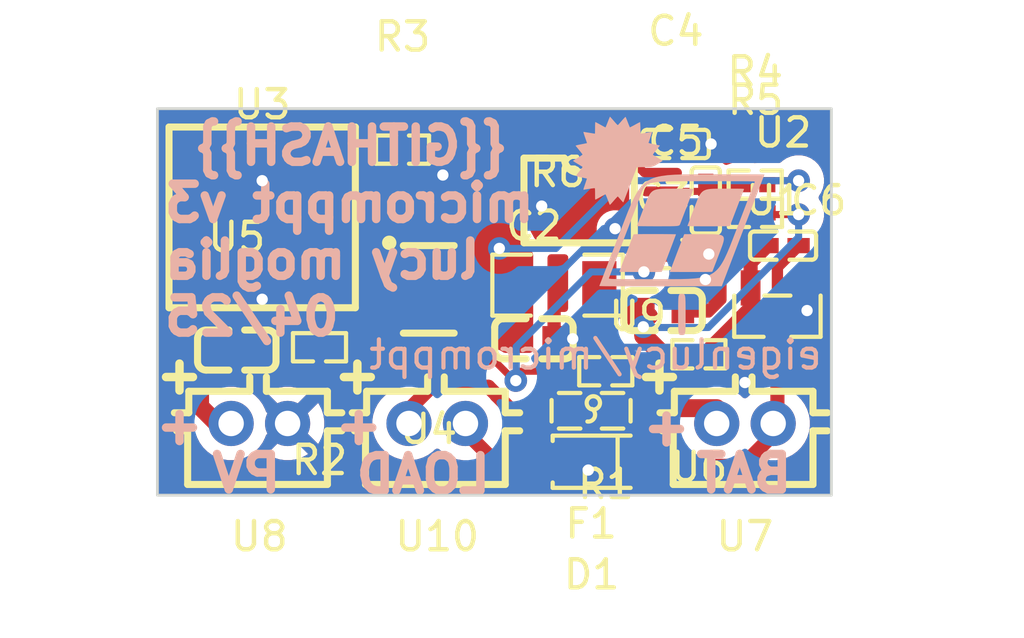
<source format=kicad_pcb>
(kicad_pcb (version 20241229) (generator "pcbnew") (generator_version "9.0")
  (layers (0 "F.Cu" signal) (2 "B.Cu" signal) (13 "F.Paste" user) (15 "B.Paste" user) (5 "F.SilkS" user "F.Silkscreen") (7 "B.SilkS" user "B.Silkscreen") (1 "F.Mask" user) (3 "B.Mask" user) (25 "Edge.Cuts" user))
  (net 0 "")
  (net 1 "ICTRL_MINUS")
  (net 2 "XSHUT")
  (net 3 "ICTRL_PLUS")
  (net 4 "LX")
  (net 5 "VOUT")
  (net 6 "VCTRL")
  (net 7 "power_shim-VCC")
  (net 8 "Vpvr-VCC")
  (net 9 "VDD")
  (net 10 "power_shim-GND")
  (net 11 "Vbatr-GND")
  (net 12 "A")
  (net 13 "_1")
  (footprint "TECH_PUBLIC_SRV05_4_P_T7:SOT-23-6_L2.9-W1.6-P0.95-LS2.8-BR" (layer "F.Cu") (at 77.9 49.25 180)
    (property "Reference" "U4")
    (property "Value" "")
  )
  (footprint "UNI_ROYAL_0402WGF1004TCE:R0402" (layer "F.Cu") (at 84.17 52.15 180)
    (property "Reference" "R1")
    (property "Value" "1MΩ ±1% 62.5mW")
  )
  (footprint "JST_Sales_America_B2B_PH_K_S_LF__SN:CONN-TH_B2B-PH-K-S" (layer "F.Cu") (at 71.9 54 180)
    (property "Reference" "U8")
    (property "Value" "")
  )
  (footprint "Littelfuse_0603L150SLYR:F0603" (layer "F.Cu") (at 83.65 53.55 180)
    (property "Reference" "F1")
    (property "Value" "")
  )
  (footprint "Samsung_Electro_Mechanics_CL10A106MQ8NNNC:C0603" (layer "F.Cu") (at 71.1 51.4 0)
    (property "Reference" "U5")
    (property "Value" "10µF ±20% 6.3V X5R")
  )
  (footprint "JST_Sales_America_B2B_PH_K_S_LF__SN:CONN-TH_B2B-PH-K-S" (layer "F.Cu") (at 89.1 54 180)
    (property "Reference" "U7")
    (property "Value" "")
  )
  (footprint "XySemi_XB3306D:SOT-23-3_L2.9-W1.3-P1.90-LS2.4-BR" (layer "F.Cu") (at 90.25 50.2 90)
    (property "Reference" "U9")
    (property "Value" "")
  )
  (footprint "UNI_ROYAL_0402WGF3903TCE:R0402" (layer "F.Cu") (at 74.03 51.3 180)
    (property "Reference" "R2")
    (property "Value" "390kΩ ±1% 62.5mW")
  )
  (footprint "Samsung_Electro_Mechanics_CL05B104KO5NNNC:C0402" (layer "F.Cu") (at 86.65 44.1 0)
    (property "Reference" "C4")
    (property "Value" "100nF ±10% 16V X7R")
  )
  (footprint "STMicroelectronics_SPV1040T:TSSOP-8_L4.4-W3.0-P0.65-LS6.4-BL" (layer "F.Cu") (at 83.2125 46.1 -90)
    (property "Reference" "U1")
    (property "Value" "")
  )
  (footprint "Samsung_Electro_Mechanics_CL05A105KA5NQNC:C0402" (layer "F.Cu") (at 87.7125 46.1 -90)
    (property "Reference" "C6")
    (property "Value" "1µF ±10% 25V X5R")
  )
  (footprint "UNI_ROYAL_0402WGF1001TCE:R0402" (layer "F.Cu") (at 89.4625 45.54 0)
    (property "Reference" "R4")
    (property "Value" "1kΩ ±1% 62.5mW")
  )
  (footprint "UNI_ROYAL_0402WGF1001TCE:R0402" (layer "F.Cu") (at 89.4725 46.54 0)
    (property "Reference" "R5")
    (property "Value" "1kΩ ±1% 62.5mW")
  )
  (footprint "CCTC_TCC0402X7R102M500AT:C0402" (layer "F.Cu") (at 86.65 48 0)
    (property "Reference" "C5")
    (property "Value" "1nF ±20% 50V X7R")
  )
  (footprint "Coilcraft_XAL6060_103MEC:IND-SMD_L6.6-W6.4" (layer "F.Cu") (at 72 46.7 0)
    (property "Reference" "U3")
    (property "Value" "")
  )
  (footprint "GOODWORK_B5819W:SOD-123F_L2.7-W1.6-LS3.8-RD-1" (layer "F.Cu") (at 83.67 55.35 180)
    (property "Reference" "D1")
    (property "Value" "")
  )
  (footprint "Samsung_Electro_Mechanics_CL10A475KO8NNNC:C0603" (layer "F.Cu") (at 81.625 51 0)
    (property "Reference" "C2")
    (property "Value" "4.7µF ±10% 16V X5R")
  )
  (footprint "FOJAN_FRM121WFR010TM:R1206" (layer "F.Cu") (at 82.4625 49.1 0)
    (property "Reference" "R6")
    (property "Value" "10mΩ ±1% 1W")
  )
  (footprint "JST_Sales_America_B2B_PH_K_S_LF__SN:CONN-TH_B2B-PH-K-S" (layer "F.Cu") (at 78.2 54 180)
    (property "Reference" "U10")
    (property "Value" "")
  )
  (footprint "UNI_ROYAL_0402WGF1002TCE:R0402" (layer "F.Cu") (at 87.47 51.55 180)
    (property "Reference" "U6")
    (property "Value" "10kΩ ±1% 62.5mW")
  )
  (footprint "Samsung_Electro_Mechanics_CL10A106MQ8NNNC:C0603" (layer "F.Cu") (at 86.2 50 0)
    (property "Reference" "C3")
    (property "Value" "10µF ±20% 6.3V X5R")
  )
  (footprint "UNI_ROYAL_0402WGF1001TCE:R0402" (layer "F.Cu") (at 76.97 44.3 0)
    (property "Reference" "R3")
    (property "Value" "1kΩ ±1% 62.5mW")
  )
  (footprint "Samsung_Electro_Mechanics_CL05B104KO5NNNC:C0402" (layer "F.Cu") (at 90.45 47.7 0)
    (property "Reference" "U2")
    (property "Value" "100nF ±10% 16V X7R")
  )
  (via (at 91 45.4) (size 0.8) (drill 0.4) (layers "F.Cu" "B.Cu") (net 5))
  (via (at 80.4 47.8) (size 0.8) (drill 0.4) (layers "F.Cu" "B.Cu") (net 5))
  (via (at 80.983133 52.48105) (size 0.8) (drill 0.4) (layers "F.Cu" "B.Cu") (net 6))
  (via (at 85.52 48.63) (size 0.8) (drill 0.4) (layers "F.Cu" "B.Cu") (net 6))
  (via (at 85.5 50.575) (size 0.8) (drill 0.4) (layers "F.Cu" "B.Cu") (net 7))
  (via (at 91 46.6) (size 0.8) (drill 0.4) (layers "F.Cu" "B.Cu") (net 7))
  (via (at 72 49.6) (size 0.8) (drill 0.4) (layers "F.Cu" "B.Cu") (net 10))
  (via (at 91.3 50) (size 0.8) (drill 0.4) (layers "F.Cu" "B.Cu") (net 10))
  (via (at 87.7 48.9) (size 0.8) (drill 0.4) (layers "F.Cu" "B.Cu") (net 10))
  (via (at 72 45.4) (size 0.8) (drill 0.4) (layers "F.Cu" "B.Cu") (net 10))
  (via (at 89.1 52.55) (size 0.8) (drill 0.4) (layers "F.Cu" "B.Cu") (net 10))
  (via (at 83.55 55.65) (size 0.8) (drill 0.4) (layers "F.Cu" "B.Cu") (net 10))
  (via (at 78.4 45.2) (size 0.8) (drill 0.4) (layers "F.Cu" "B.Cu") (net 10))
  (via (at 87.9 44.1) (size 0.8) (drill 0.4) (layers "F.Cu" "B.Cu") (net 10))
  (via (at 81.9 46.3) (size 0.8) (drill 0.4) (layers "F.Cu" "B.Cu") (net 10))
  (via (at 87.82 48) (size 0.8) (drill 0.4) (layers "F.Cu" "B.Cu") (net 10))
  (via (at 84.5 47.1) (size 0.8) (drill 0.4) (layers "F.Cu" "B.Cu") (net 10))
  (via (at 83 51) (size 0.8) (drill 0.4) (layers "F.Cu" "B.Cu") (net 10))
  (zone (net 0) (net_name "") (layers "F.Cu") (connect_pads yes (clearance 0.25)) (min_thickness 0.25) (fill yes (thermal_gap 0.5) (thermal_bridge_width 0.5) (island_removal_mode 1) (island_area_min 10))
    (polygon (pts (xy 81.5 47.25) (xy 81.5 44.65) (xy 85 44.65) (xy 85 47.5) (xy 81.5 47.5)))
  )
  (zone (net 5) (net_name "VOUT") (layers "F.Cu") (priority 4) (connect_pads yes (clearance 0.3)) (min_thickness 0.25) (fill yes (thermal_gap 0.5) (thermal_bridge_width 0.5))
    (polygon (pts (xy 79.6 46.9) (xy 81 46.9) (xy 81.6 48) (xy 81.6 51.5) (xy 78.6 51.5) (xy 78.6 47.8) (xy 79.1 47.8)))
  )
  (zone (net 4) (net_name "LX") (layers "F.Cu") (priority 3) (connect_pads yes (clearance 0.5)) (min_thickness 0.25) (fill yes (thermal_gap 0.5) (thermal_bridge_width 0.5))
    (polygon (pts (xy 78.7 46.9) (xy 79.1 46.6) (xy 79.1 46.3) (xy 78.7 45.9) (xy 74.8 45.9) (xy 74.7 44.3) (xy 73.1 44.3) (xy 73.2 49.9) (xy 74.8 49.9) (xy 74.8 46.9)))
  )
  (zone (net 10) (net_name "power_shim-GND") (layers "F.Cu" "B.Cu") (connect_pads (clearance 0.5)) (min_thickness 0.25) (fill yes (thermal_gap 0.5) (thermal_bridge_width 0.5))
    (polygon (pts (xy 94.5 39) (xy 94.46 61.63) (xy 64.46 61.63) (xy 64.5 39)))
  )
  (segment (start 87.7125 46.58) (end 88.9225 46.58) (width 0.25) (net 1) (layer "F.Cu"))
  (segment (start 88.9225 46.58) (end 88.9625 46.54) (width 0.25) (net 1) (layer "F.Cu"))
  (segment (start 87.5625 46.43) (end 87.7125 46.58) (width 0.25) (net 1) (layer "F.Cu"))
  (segment (start 86.1425 46.43) (end 87.5625 46.43) (width 0.25) (net 1) (layer "F.Cu"))
  (segment (start 85.9476 44.2524) (end 84.66365 44.2524) (width 0.25) (net 2) (layer "F.Cu"))
  (segment (start 80.2825 45.12) (end 79.52 45.12) (width 0.25) (net 2) (layer "F.Cu"))
  (segment (start 78.6524 44.2524) (end 78.3 44.2524) (width 0.25) (net 2) (layer "F.Cu"))
  (segment (start 86.1425 45.12) (end 85.53125 45.12) (width 0.3048) (net 2) (layer "F.Cu"))
  (segment (start 84.66365 44.2524) (end 80 44.2524) (width 0.3048) (net 2) (layer "F.Cu"))
  (segment (start 86.1 44.1) (end 85.9476 44.2524) (width 0.25) (net 2) (layer "F.Cu"))
  (segment (start 80 44.2524) (end 77.4476 44.2524) (width 0.3048) (net 2) (layer "F.Cu"))
  (segment (start 77.4476 44.2524) (end 77.4 44.3) (width 0.25) (net 2) (layer "F.Cu"))
  (segment (start 78.3 44.2524) (end 77.4476 44.2524) (width 0.25) (net 2) (layer "F.Cu"))
  (segment (start 80 44.2524) (end 78.3 44.2524) (width 0.3048) (net 2) (layer "F.Cu"))
  (segment (start 79.52 45.12) (end 78.6524 44.2524) (width 0.25) (net 2) (layer "F.Cu"))
  (segment (start 85.53125 45.12) (end 84.66365 44.2524) (width 0.3048) (net 2) (layer "F.Cu"))
  (segment (start 87.5525 45.78) (end 87.7125 45.62) (width 0.25) (net 3) (layer "F.Cu"))
  (segment (start 88.8725 45.62) (end 88.9525 45.54) (width 0.25) (net 3) (layer "F.Cu"))
  (segment (start 86.1425 45.78) (end 87.5525 45.78) (width 0.25) (net 3) (layer "F.Cu"))
  (segment (start 87.7125 45.62) (end 88.8725 45.62) (width 0.25) (net 3) (layer "F.Cu"))
  (segment (start 80.2825 46.43) (end 74.02 46.43) (width 0.3048) (net 4) (layer "F.Cu"))
  (segment (start 74.02 46.43) (end 74.02 47.75) (width 0.3048) (net 4) (layer "F.Cu"))
  (segment (start 90.1125 45.4) (end 89.9725 45.54) (width 0.25) (net 5) (layer "F.Cu"))
  (segment (start 91 45.4) (end 90.1125 45.4) (width 0.25) (net 5) (layer "F.Cu"))
  (segment (start 80.4 47.8) (end 82.4 47.8) (width 0.25) (net 5) (layer "B.Cu"))
  (segment (start 82.4 47.8) (end 84.8 45.4) (width 0.25) (net 5) (layer "B.Cu"))
  (segment (start 84.8 45.4) (end 91 45.4) (width 0.25) (net 5) (layer "B.Cu"))
  (segment (start 80.25 51.8) (end 78.6 51.8) (width 0.25) (net 6) (layer "F.Cu"))
  (segment (start 80.983133 52.170503) (end 81.003636 52.15) (width 0.25) (net 6) (layer "F.Cu"))
  (segment (start 85.52 48.63) (end 85.52 48.48) (width 0.25) (net 6) (layer "F.Cu"))
  (segment (start 80.769151 52.319151) (end 80.25 51.8) (width 0.25) (net 6) (layer "F.Cu"))
  (segment (start 83.54 52.15) (end 83.64 52.25) (width 0.25) (net 6) (layer "F.Cu"))
  (segment (start 80.983133 52.48105) (end 80.821234 52.319151) (width 0.25) (net 6) (layer "F.Cu"))
  (segment (start 80.983133 52.48105) (end 80.983133 52.170503) (width 0.25) (net 6) (layer "F.Cu"))
  (segment (start 86 48) (end 86 47.2225) (width 0.25) (net 6) (layer "F.Cu"))
  (segment (start 78.1 51.3) (end 74.46 51.3) (width 0.25) (net 6) (layer "F.Cu"))
  (segment (start 80.821234 52.319151) (end 80.769151 52.319151) (width 0.25) (net 6) (layer "F.Cu"))
  (segment (start 81.003636 52.15) (end 83.54 52.15) (width 0.25) (net 6) (layer "F.Cu"))
  (segment (start 86 47.2225) (end 86.1425 47.08) (width 0.25) (net 6) (layer "F.Cu"))
  (segment (start 78.6 51.8) (end 78.1 51.3) (width 0.25) (net 6) (layer "F.Cu"))
  (segment (start 85.52 48.48) (end 86 48) (width 0.25) (net 6) (layer "F.Cu"))
  (segment (start 81 52.464183) (end 81 51.28) (width 0.25) (net 6) (layer "B.Cu"))
  (segment (start 83.65 48.63) (end 85.52 48.63) (width 0.25) (net 6) (layer "B.Cu"))
  (segment (start 81 51.28) (end 83.65 48.63) (width 0.25) (net 6) (layer "B.Cu"))
  (segment (start 80.983133 52.48105) (end 81 52.464183) (width 0.25) (net 6) (layer "B.Cu"))
  (segment (start 85.5 50.2) (end 85.5 50.8575) (width 0.635) (net 7) (layer "F.Cu"))
  (segment (start 86.32125 51.67875) (end 86.91125 51.67875) (width 0.635) (net 7) (layer "F.Cu"))
  (segment (start 86.32125 53.4575) (end 85.9925 53.4575) (width 0.635) (net 7) (layer "F.Cu"))
  (segment (start 85.3 52.15) (end 84.6 52.15) (width 0.25) (net 7) (layer "F.Cu"))
  (segment (start 88.1 53.9575) (end 87.6425 53.5) (width 0.5) (net 7) (layer "F.Cu"))
  (segment (start 84.6 52.15) (end 84.5 52.25) (width 0.25) (net 7) (layer "F.Cu"))
  (segment (start 85.5 50.2) (end 85.0425 50.2) (width 0.635) (net 7) (layer "F.Cu"))
  (segment (start 86.32125 53.4575) (end 88.1 53.4575) (width 0.635) (net 7) (layer "F.Cu"))
  (segment (start 85.0425 50.2) (end 83.9425 49.1) (width 0.635) (net 7) (layer "F.Cu"))
  (segment (start 85.9925 53.4575) (end 85.9 53.55) (width 0.635) (net 7) (layer "F.Cu"))
  (segment (start 85.5 50.8575) (end 86.32125 51.67875) (width 0.635) (net 7) (layer "F.Cu"))
  (segment (start 85.5 50.9) (end 85.8 51.2) (width 0.635) (net 7) (layer "F.Cu"))
  (segment (start 85.5 50) (end 85.5 50.9) (width 0.635) (net 7) (layer "F.Cu"))
  (segment (start 85.8 51.2) (end 85.8 51.65) (width 0.25) (net 7) (layer "F.Cu"))
  (segment (start 85.7 50.2) (end 85.5 50.2) (width 0.635) (net 7) (layer "F.Cu"))
  (segment (start 86.32125 51.67875) (end 86.32125 53.4575) (width 0.635) (net 7) (layer "F.Cu"))
  (segment (start 91 46.6) (end 90.0425 46.6) (width 0.25) (net 7) (layer "F.Cu"))
  (segment (start 90.0425 46.6) (end 89.9825 46.54) (width 0.25) (net 7) (layer "F.Cu"))
  (segment (start 85.9 53.55) (end 84.4 53.55) (width 0.635) (net 7) (layer "F.Cu"))
  (segment (start 86.91125 51.67875) (end 86.94 51.65) (width 0.635) (net 7) (layer "F.Cu"))
  (segment (start 85.8 51.65) (end 85.3 52.15) (width 0.25) (net 7) (layer "F.Cu"))
  (segment (start 91 47.4) (end 91 46.6) (width 0.25) (net 7) (layer "B.Cu"))
  (segment (start 85.5 50.525) (end 85.575 50.6) (width 0.25) (net 7) (layer "B.Cu"))
  (segment (start 87.8 50.6) (end 91 47.4) (width 0.25) (net 7) (layer "B.Cu"))
  (segment (start 85.5 50.575) (end 85.5 50.525) (width 0.25) (net 7) (layer "B.Cu"))
  (segment (start 85.575 50.6) (end 87.8 50.6) (width 0.25) (net 7) (layer "B.Cu"))
  (segment (start 69.8 49.9) (end 69.8 50.3) (width 0.635) (net 8) (layer "F.Cu"))
  (segment (start 69.8 49) (end 69.8 49.9) (width 0.635) (net 8) (layer "F.Cu"))
  (segment (start 69.98 49.18) (end 69.8 49) (width 0.635) (net 8) (layer "F.Cu"))
  (segment (start 69.8 50.3) (end 69.8 45.35) (width 0.635) (net 8) (layer "F.Cu"))
  (segment (start 69.8 50.3) (end 69.8 50.35) (width 0.635) (net 8) (layer "F.Cu"))
  (segment (start 69.98 47.75) (end 69.98 44.72) (width 0.25) (net 8) (layer "F.Cu"))
  (segment (start 71.15 43.55) (end 75.79 43.55) (width 0.25) (net 8) (layer "F.Cu"))
  (segment (start 75.79 43.55) (end 76.54 44.3) (width 0.25) (net 8) (layer "F.Cu"))
  (segment (start 69.98 46.7) (end 69.98 44.88) (width 0.635) (net 8) (layer "F.Cu"))
  (segment (start 69.8 53.4) (end 70.5 54.1) (width 0.635) (net 8) (layer "F.Cu"))
  (segment (start 69.98 44.72) (end 71.15 43.55) (width 0.25) (net 8) (layer "F.Cu"))
  (segment (start 69.98 45.27) (end 69.98 47.75) (width 0.3048) (net 8) (layer "F.Cu"))
  (segment (start 69.425 44.325) (end 69.55 44.2) (width 0.635) (net 8) (layer "F.Cu"))
  (segment (start 69.98 46.7) (end 69.98 49.18) (width 0.635) (net 8) (layer "F.Cu"))
  (segment (start 69.8 49.9) (end 69.8 53.4) (width 0.635) (net 8) (layer "F.Cu"))
  (segment (start 69.98 44.88) (end 69.425 44.325) (width 0.635) (net 8) (layer "F.Cu"))
  (segment (start 89.3 49.5) (end 89.3 49.2) (width 0.25) (net 9) (layer "F.Cu"))
  (segment (start 87.9 51.3) (end 89.3 49.9) (width 0.5) (net 9) (layer "F.Cu"))
  (segment (start 89.3 49.9) (end 89.3 49.5) (width 0.5) (net 9) (layer "F.Cu"))
  (segment (start 89.3 49.2) (end 89.3 48.3) (width 0.5) (net 9) (layer "F.Cu"))
  (segment (start 87.9 51.55) (end 87.9 51.3) (width 0.5) (net 9) (layer "F.Cu"))
  (segment (start 89.3 48.3) (end 89.9 47.7) (width 0.5) (net 9) (layer "F.Cu"))
  (segment (start 72.8 50.4) (end 72 49.6) (width 0.25) (net 10) (layer "F.Cu"))
  (segment (start 76.35 50.4) (end 72.8 50.4) (width 0.25) (net 10) (layer "F.Cu"))
  (segment (start 87.7 48.9) (end 87.31 48.9) (width 0.25) (net 10) (layer "F.Cu"))
  (segment (start 86.9 49.31) (end 86.9 50) (width 0.25) (net 10) (layer "F.Cu"))
  (segment (start 72 49.6) (end 72 51.2) (width 0.25) (net 10) (layer "F.Cu"))
  (segment (start 91.2 49.9) (end 91.3 50) (width 0.25) (net 10) (layer "F.Cu"))
  (segment (start 76.55 50.2) (end 76.35 50.4) (width 0.25) (net 10) (layer "F.Cu"))
  (segment (start 91.2 49.2) (end 91.2 49.9) (width 0.25) (net 10) (layer "F.Cu"))
  (segment (start 87.82 48) (end 87.2 48) (width 0.25) (net 10) (layer "F.Cu"))
  (segment (start 87.31 48.9) (end 86.9 49.31) (width 0.25) (net 10) (layer "F.Cu"))
  (segment (start 81.9 46.3) (end 81.38 45.78) (width 0.3048) (net 10) (layer "F.Cu"))
  (segment (start 76.55 48.3) (end 76.55 50.2) (width 0.25) (net 10) (layer "F.Cu"))
  (segment (start 81.38 45.78) (end 80.2825 45.78) (width 0.3048) (net 10) (layer "F.Cu"))
  (segment (start 72 51.2) (end 71.8 51.4) (width 0.25) (net 10) (layer "F.Cu"))
  (segment (start 83 51) (end 82.325 51) (width 0.25) (net 10) (layer "F.Cu"))
  (segment (start 84.1 47.1) (end 82.3 48.9) (width 0.25) (net 10) (layer "B.Cu"))
  (segment (start 83.3 51.3) (end 90 51.3) (width 0.25) (net 10) (layer "B.Cu"))
  (segment (start 83 51) (end 83.3 51.3) (width 0.25) (net 10) (layer "B.Cu"))
  (segment (start 78.4 47.9) (end 78.4 45.2) (width 0.25) (net 10) (layer "B.Cu"))
  (segment (start 79.4 48.9) (end 78.4 47.9) (width 0.25) (net 10) (layer "B.Cu"))
  (segment (start 84.5 47.1) (end 84.1 47.1) (width 0.25) (net 10) (layer "B.Cu"))
  (segment (start 82.3 48.9) (end 79.4 48.9) (width 0.25) (net 10) (layer "B.Cu"))
  (segment (start 90 51.3) (end 91.3 50) (width 0.25) (net 10) (layer "B.Cu"))
  (segment (start 90.25 48.5085) (end 90.27075 48.5085) (width 0.3) (net 11) (layer "F.Cu"))
  (segment (start 90.27075 48.5085) (end 91 47.77925) (width 0.3) (net 11) (layer "F.Cu"))
  (segment (start 90.1 53.9575) (end 90.1 54.4) (width 0.5) (net 11) (layer "F.Cu"))
  (segment (start 91 47.7585) (end 91 47.7) (width 0.25) (net 11) (layer "F.Cu"))
  (segment (start 90.25 51.5) (end 90.1 51.35) (width 0.4) (net 11) (layer "F.Cu"))
  (segment (start 90.1 54.4) (end 89 55.5) (width 0.5) (net 11) (layer "F.Cu"))
  (segment (start 91 47.77925) (end 91 47.7585) (width 0.3) (net 11) (layer "F.Cu"))
  (segment (start 90.25 53.3075) (end 90.25 51.5) (width 0.5) (net 11) (layer "F.Cu"))
  (segment (start 90.1 53.4575) (end 90.25 53.3075) (width 0.4) (net 11) (layer "F.Cu"))
  (segment (start 89 55.5) (end 85.55 55.5) (width 0.5) (net 11) (layer "F.Cu"))
  (segment (start 85.55 55.5) (end 85.4 55.35) (width 0.5) (net 11) (layer "F.Cu"))
  (segment (start 90.25 51.2) (end 90.25 48.5085) (width 0.4) (net 11) (layer "F.Cu"))
  (segment (start 90.1 51.35) (end 90.25 51.2) (width 0.25) (net 11) (layer "F.Cu"))
  (segment (start 81.8 55.3) (end 81.89 55.3) (width 0.5) (net 12) (layer "F.Cu"))
  (segment (start 81.35 55.35) (end 81.2 55.5) (width 0.5) (net 12) (layer "F.Cu"))
  (segment (start 81.89 55.3) (end 81.94 55.35) (width 0.5) (net 12) (layer "F.Cu"))
  (segment (start 81.94 55.35) (end 81.35 55.35) (width 0.5) (net 12) (layer "F.Cu"))
  (segment (start 79.2 54.3) (end 79.2 54) (width 0.5) (net 12) (layer "F.Cu"))
  (segment (start 80.4 55.5) (end 79.2 54.3) (width 0.5) (net 12) (layer "F.Cu"))
  (segment (start 81.2 55.5) (end 80.4 55.5) (width 0.5) (net 12) (layer "F.Cu"))
  (segment (start 80.011838 52.7) (end 78 52.7) (width 0.5) (net 13) (layer "F.Cu"))
  (segment (start 80.3 53) (end 80.3 52.988162) (width 0.5) (net 13) (layer "F.Cu"))
  (segment (start 80.85 53.55) (end 82.9 53.55) (width 0.5) (net 13) (layer "F.Cu"))
  (segment (start 80.3 52.988162) (end 80.011838 52.7) (width 0.5) (net 13) (layer "F.Cu"))
  (segment (start 77.3 53.4) (end 77.3 53.9) (width 0.5) (net 13) (layer "F.Cu"))
  (segment (start 77.2 54) (end 76.9 54) (width 0.25) (net 13) (layer "F.Cu"))
  (segment (start 77.3 53.9) (end 77.2 54) (width 0.5) (net 13) (layer "F.Cu"))
  (segment (start 80.3 53) (end 80.85 53.55) (width 0.5) (net 13) (layer "F.Cu"))
  (segment (start 78 52.7) (end 77.3 53.4) (width 0.5) (net 13) (layer "F.Cu"))
  (gr_poly (pts (xy 86.84238 49.407572) (xy 86.831839 49.407996) (xy 86.822 49.40882) (xy 86.81284 49.41018) (xy 86.804334 49.412208) (xy 86.796457 49.415038) (xy 86.792747 49.416796) (xy 86.789186 49.418804) (xy 86.78577 49.42108) (xy 86.782496 49.42364) (xy 86.779362 49.426501) (xy 86.776364 49.429679) (xy 86.773499 49.433192) (xy 86.770764 49.437056) (xy 86.768157 49.441287) (xy 86.765673 49.445903) (xy 86.763311 49.45092) (xy 86.761067 49.456355) (xy 86.75692 49.468545) (xy 86.75321 49.482607) (xy 86.749912 49.498675) (xy 86.747001 49.516882) (xy 86.744454 49.537363) (xy 86.742245 49.56025) (xy 86.740352 49.585678) (xy 86.738749 49.61378) (xy 86.737413 49.64469) (xy 86.736319 49.678541) (xy 86.735442 49.715468) (xy 86.734247 49.799083) (xy 86.733634 49.896604) (xy 86.733375 50.137644) (xy 86.733634 50.378684) (xy 86.735442 50.55982) (xy 86.740352 50.689611) (xy 86.744454 50.737925) (xy 86.749912 50.776613) (xy 86.75692 50.806743) (xy 86.765673 50.829385) (xy 86.776364 50.845609) (xy 86.789186 50.856484) (xy 86.804334 50.863081) (xy 86.822 50.866468) (xy 86.865667 50.867894) (xy 86.888954 50.867716) (xy 86.899495 50.867293) (xy 86.909334 50.866468) (xy 86.918494 50.865109) (xy 86.927001 50.863081) (xy 86.934877 50.86025) (xy 86.938587 50.858493) (xy 86.942148 50.856484) (xy 86.945564 50.854208) (xy 86.948838 50.851648) (xy 86.951972 50.848787) (xy 86.95497 50.845609) (xy 86.957835 50.842096) (xy 86.96057 50.838232) (xy 86.963178 50.834001) (xy 86.965661 50.829385) (xy 86.968023 50.824368) (xy 86.970267 50.818933) (xy 86.974414 50.806743) (xy 86.978124 50.792681) (xy 86.981422 50.776613) (xy 86.984333 50.758406) (xy 86.986881 50.737925) (xy 86.989089 50.715038) (xy 86.990982 50.689611) (xy 86.992585 50.661509) (xy 86.993922 50.630599) (xy 86.995016 50.596747) (xy 86.995892 50.55982) (xy 86.997087 50.476205) (xy 86.9977 50.378684) (xy 86.997959 50.137644) (xy 86.9977 49.896604) (xy 86.995891 49.715468) (xy 86.990982 49.585678) (xy 86.98688 49.537363) (xy 86.981422 49.498675) (xy 86.974413 49.468545) (xy 86.965661 49.445903) (xy 86.95497 49.429679) (xy 86.942148 49.418804) (xy 86.927 49.412208) (xy 86.909333 49.40882) (xy 86.865667 49.407394)) (fill yes) (layer "B.SilkS"))
  (gr_poly (pts (xy 86.94885 47.293974) (xy 86.691561 47.961719) (xy 86.437042 48.631164) (xy 86.452385 48.631896) (xy 86.49636 48.632579) (xy 86.657868 48.633737) (xy 87.188791 48.634808) (xy 87.604284 48.63436) (xy 87.830539 48.63207) (xy 87.890886 48.629791) (xy 87.925746 48.626519) (xy 87.942393 48.622077) (xy 87.94616 48.619361) (xy 87.948101 48.616287) (xy 87.948101 48.61629) (xy 88.204837 47.946894) (xy 88.285617 47.732049) (xy 88.315409 47.645115) (xy 88.337157 47.570564) (xy 88.344785 47.537633) (xy 88.350125 47.507439) (xy 88.353088 47.479861) (xy 88.353579 47.454781) (xy 88.351508 47.432078) (xy 88.346783 47.411633) (xy 88.339312 47.393327) (xy 88.329003 47.377039) (xy 88.315763 47.36265) (xy 88.299503 47.35004) (xy 88.280128 47.339089) (xy 88.257548 47.329679) (xy 88.231671 47.321689) (xy 88.202405 47.314999) (xy 88.169657 47.30949) (xy 88.133337 47.305043) (xy 88.04961 47.298852) (xy 87.950489 47.29547) (xy 87.703125 47.293302) (xy 87.171816 47.292378)) (fill yes) (layer "B.SilkS"))
  (gr_poly (pts (xy 88.319361 45.682311) (xy 88.069602 45.683663) (xy 87.967596 45.686716) (xy 87.878878 45.692627) (xy 87.801978 45.70235) (xy 87.7675 45.708939) (xy 87.735425 45.716839) (xy 87.705569 45.726169) (xy 87.677748 45.737049) (xy 87.651779 45.749598) (xy 87.627477 45.763935) (xy 87.60466 45.780179) (xy 87.583142 45.79845) (xy 87.562741 45.818867) (xy 87.543272 45.841549) (xy 87.524551 45.866616) (xy 87.506395 45.894186) (xy 87.48862 45.92438) (xy 87.471043 45.957317) (xy 87.435743 46.031895) (xy 87.399026 46.118874) (xy 87.315458 46.333857) (xy 87.138803 46.7983) (xy 87.063328 47.000356) (xy 87.063376 47.001553) (xy 87.064128 47.002687) (xy 87.065663 47.003759) (xy 87.068062 47.004772) (xy 87.071406 47.005728) (xy 87.075775 47.006626) (xy 87.081248 47.00747) (xy 87.087908 47.008261) (xy 87.105105 47.009691) (xy 87.128009 47.010927) (xy 87.157263 47.011984) (xy 87.193511 47.012874) (xy 87.237395 47.01361) (xy 87.289559 47.014206) (xy 87.421298 47.015028) (xy 87.593874 47.015445) (xy 87.812431 47.015561) (xy 88.180165 47.014959) (xy 88.411828 47.012853) (xy 88.533106 47.008794) (xy 88.560379 47.005891) (xy 88.567077 47.004197) (xy 88.569687 47.002332) (xy 89.067328 45.700582) (xy 89.067814 45.698986) (xy 89.067918 45.698223) (xy 89.067911 45.697484) (xy 89.067778 45.696768) (xy 89.067504 45.696074) (xy 89.067076 45.695402) (xy 89.066479 45.694753) (xy 89.065699 45.694124) (xy 89.064721 45.693517) (xy 89.06353 45.69293) (xy 89.062113 45.692364) (xy 89.060455 45.691818) (xy 89.058541 45.691291) (xy 89.053891 45.690296) (xy 89.048046 45.689375) (xy 89.040892 45.688526) (xy 89.032314 45.687746) (xy 89.022197 45.687033) (xy 89.010425 45.686382) (xy 88.996883 45.685792) (xy 88.981458 45.68526) (xy 88.964032 45.684782) (xy 88.944492 45.684357) (xy 88.922721 45.68398) (xy 88.872031 45.683365) (xy 88.811041 45.682912) (xy 88.73883 45.6826) (xy 88.654477 45.682407) (xy 88.557061 45.682309)) (fill yes) (layer "B.SilkS"))
  (gr_poly (pts (xy 86.279941 45.683403) (xy 86.178136 45.686464) (xy 86.089577 45.692419) (xy 86.012791 45.702234) (xy 85.978353 45.70889) (xy 85.946306 45.716873) (xy 85.916467 45.726303) (xy 85.888651 45.737301) (xy 85.862673 45.749988) (xy 85.838351 45.764484) (xy 85.815501 45.78091) (xy 85.793937 45.799387) (xy 85.773476 45.820034) (xy 85.753934 45.842974) (xy 85.735128 45.868325) (xy 85.716872 45.89621) (xy 85.698983 45.926749) (xy 85.681277 45.960062) (xy 85.645678 46.035493) (xy 85.608602 46.123469) (xy 85.524131 46.340915) (xy 85.346571 46.808503) (xy 85.272777 47.007623) (xy 85.276679 47.008431) (xy 85.288114 47.009217) (xy 85.33204 47.010705) (xy 85.493344 47.013229) (xy 85.732051 47.014934) (xy 86.023523 47.01556) (xy 86.457985 47.014279) (xy 86.592574 47.011235) (xy 86.68429 47.005308) (xy 86.716935 47.000962) (xy 86.742301 46.995536) (xy 86.761531 46.988908) (xy 86.775773 46.980958) (xy 86.786172 46.971566) (xy 86.793874 46.960613) (xy 86.805771 46.933539) (xy 86.80577 46.93354) (xy 87.268491 45.721748) (xy 87.269766 45.718143) (xy 87.270821 45.714762) (xy 87.271224 45.713154) (xy 87.271521 45.7116) (xy 87.271697 45.710098) (xy 87.271732 45.708649) (xy 87.271612 45.70725) (xy 87.271318 45.7059) (xy 87.270834 45.7046) (xy 87.270144 45.703349) (xy 87.269229 45.702144) (xy 87.268073 45.700986) (xy 87.266659 45.699873) (xy 87.264971 45.698805) (xy 87.262991 45.69778) (xy 87.260703 45.696798) (xy 87.258089 45.695858) (xy 87.255132 45.694959) (xy 87.251816 45.694099) (xy 87.248124 45.693279) (xy 87.244039 45.692497) (xy 87.239543 45.691752) (xy 87.234621 45.691044) (xy 87.229255 45.690371) (xy 87.223427 45.689733) (xy 87.217122 45.689128) (xy 87.203011 45.688016) (xy 87.186786 45.687027) (xy 87.168311 45.686155) (xy 87.147451 45.685392) (xy 87.12407 45.684731) (xy 87.098034 45.684164) (xy 87.069207 45.683685) (xy 87.037453 45.683286) (xy 87.002637 45.682959) (xy 86.964625 45.682699) (xy 86.878466 45.682345) (xy 86.777894 45.682166) (xy 86.529177 45.682103)) (fill yes) (layer "B.SilkS"))
  (gr_poly (pts (xy 84.318804 43.132324) (xy 84.318195 43.13303) (xy 84.316447 43.135865) (xy 84.314027 43.140513) (xy 84.310974 43.146879) (xy 84.303136 43.164373) (xy 84.293257 43.187568) (xy 84.281664 43.215685) (xy 84.268682 43.247948) (xy 84.254637 43.283577) (xy 84.239854 43.321795) (xy 84.21092 43.395706) (xy 84.186058 43.45626) (xy 84.175981 43.479575) (xy 84.167916 43.497207) (xy 84.162192 43.508374) (xy 84.160312 43.511289) (xy 84.159142 43.512295) (xy 84.157464 43.511819) (xy 84.154094 43.510387) (xy 84.142645 43.50485) (xy 84.125527 43.496072) (xy 84.103473 43.484444) (xy 84.077216 43.470356) (xy 84.047488 43.454197) (xy 83.980549 43.417228) (xy 83.913492 43.380244) (xy 83.857187 43.349957) (xy 83.817543 43.329494) (xy 83.805816 43.323922) (xy 83.800469 43.321978) (xy 83.799994 43.322248) (xy 83.799526 43.323048) (xy 83.798609 43.32619) (xy 83.797723 43.331296) (xy 83.796873 43.338262) (xy 83.7953 43.357348) (xy 83.793928 43.3826) (xy 83.792795 43.413174) (xy 83.791939 43.448221) (xy 83.791397 43.486896) (xy 83.791208 43.528353) (xy 83.790712 43.608484) (xy 83.789364 43.674105) (xy 83.788434 43.699358) (xy 83.787367 43.718443) (xy 83.78619 43.730516) (xy 83.785568 43.733657) (xy 83.784928 43.734728) (xy 83.767062 43.732222) (xy 83.723055 43.725401) (xy 83.583111 43.702978) (xy 83.44225 43.680554) (xy 83.397249 43.673733) (xy 83.378168 43.671228) (xy 83.377776 43.671485) (xy 83.377565 43.672248) (xy 83.377674 43.675242) (xy 83.378466 43.680108) (xy 83.37991 43.686746) (xy 83.381976 43.695055) (xy 83.384633 43.704934) (xy 83.391603 43.728999) (xy 83.400578 43.758135) (xy 83.411315 43.791534) (xy 83.423573 43.82839) (xy 83.43711 43.867897) (xy 83.48538 44.007763) (xy 83.500064 44.051065) (xy 83.505457 44.067864) (xy 83.504386 44.068405) (xy 83.501244 44.069336) (xy 83.48917 44.072275) (xy 83.470082 44.076505) (xy 83.444826 44.081849) (xy 83.379195 44.095176) (xy 83.299052 44.110844) (xy 83.248786 44.1207) (xy 83.206306 44.129452) (xy 83.171374 44.137161) (xy 83.143756 44.143891) (xy 83.123214 44.149701) (xy 83.109512 44.154653) (xy 83.105153 44.156827) (xy 83.102415 44.15881) (xy 83.101268 44.160609) (xy 83.101684 44.162232) (xy 83.142728 44.212943) (xy 83.228714 44.318429) (xy 83.274529 44.375383) (xy 83.312047 44.42364) (xy 83.326485 44.442915) (xy 83.337397 44.458106) (xy 83.344299 44.468575) (xy 83.346095 44.47184) (xy 83.346707 44.473687) (xy 83.346486 44.474373) (xy 83.345828 44.475317) (xy 83.343251 44.477949) (xy 83.339061 44.481524) (xy 83.333346 44.485985) (xy 83.326191 44.491272) (xy 83.317685 44.497328) (xy 83.296965 44.511513) (xy 83.271879 44.528072) (xy 83.243123 44.546541) (xy 83.211389 44.566452) (xy 83.177373 44.58734) (xy 83.111625 44.627897) (xy 83.057782 44.662263) (xy 83.037062 44.675991) (xy 83.021402 44.686811) (xy 83.011496 44.694269) (xy 83.008918 44.696596) (xy 83.00804 44.697912) (xy 83.008244 44.698428) (xy 83.00885 44.699178) (xy 83.011226 44.701355) (xy 83.015089 44.704392) (xy 83.020358 44.708237) (xy 83.034794 44.718147) (xy 83.053895 44.73067) (xy 83.077021 44.745394) (xy 83.103532 44.761906) (xy 83.132786 44.779793) (xy 83.164144 44.798641) (xy 83.279732 44.867967) (xy 83.31905 44.891867) (xy 83.338426 44.903984) (xy 83.339853 44.905037) (xy 83.341098 44.906163) (xy 83.342146 44.907381) (xy 83.342592 44.908032) (xy 83.342984 44.908715) (xy 83.343319 44.909431) (xy 83.343597 44.910184) (xy 83.343815 44.910977) (xy 83.343972 44.911812) (xy 83.344065 44.912691) (xy 83.344094 44.913618) (xy 83.344057 44.914595) (xy 83.343951 44.915625) (xy 83.343528 44.917853) (xy 83.342811 44.920325) (xy 83.341786 44.923061) (xy 83.34044 44.926084) (xy 83.338758 44.929413) (xy 83.336727 44.933072) (xy 83.334333 44.937081) (xy 83.331562 44.941462) (xy 83.328399 44.946236) (xy 83.324833 44.951424) (xy 83.320847 44.957048) (xy 83.316429 44.963129) (xy 83.311565 44.969689) (xy 83.30624 44.97675) (xy 83.294154 44.992456) (xy 83.280061 45.01042) (xy 83.263849 45.030812) (xy 83.245408 45.053804) (xy 83.224626 45.079567) (xy 83.181459 45.133542) (xy 83.164776 45.155532) (xy 83.151497 45.174588) (xy 83.146167 45.183108) (xy 83.141727 45.191006) (xy 83.138191 45.198319) (xy 83.135571 45.205084) (xy 83.13388 45.211339) (xy 83.133131 45.21712) (xy 83.133337 45.222464) (xy 83.134512 45.22741) (xy 83.136668 45.231994) (xy 83.139818 45.236253) (xy 83.143975 45.240224) (xy 83.149152 45.243945) (xy 83.155362 45.247453) (xy 83.162619 45.250785) (xy 83.170935 45.253977) (xy 83.180323 45.257068) (xy 83.202367 45.263094) (xy 83.228855 45.269159) (xy 83.295581 45.282596) (xy 83.439693 45.311457) (xy 83.484149 45.320853) (xy 83.501208 45.325035) (xy 83.50113 45.326342) (xy 83.500363 45.32964) (xy 83.496896 45.341794) (xy 83.491074 45.360669) (xy 83.483164 45.385437) (xy 83.462153 45.44934) (xy 83.436001 45.526878) (xy 83.397198 45.641918) (xy 83.386206 45.677092) (xy 83.382612 45.690082) (xy 83.380211 45.700387) (xy 83.378945 45.708287) (xy 83.378758 45.714066) (xy 83.379592 45.718008) (xy 83.380375 45.719378) (xy 83.381391 45.720395) (xy 83.384097 45.72151) (xy 83.387654 45.721636) (xy 83.397091 45.720053) (xy 83.44052 45.711854) (xy 83.49541 45.70258) (xy 83.61901 45.683749) (xy 83.726764 45.66945) (xy 83.761847 45.66584) (xy 83.772441 45.665242) (xy 83.777546 45.665571) (xy 83.778509 45.66608) (xy 83.77943 45.666859) (xy 83.78031 45.667918) (xy 83.781148 45.669271) (xy 83.781947 45.670928) (xy 83.782706 45.672902) (xy 83.783427 45.675204) (xy 83.784111 45.677845) (xy 83.784757 45.680837) (xy 83.785368 45.684192) (xy 83.786483 45.692037) (xy 83.787464 45.701474) (xy 83.788315 45.712594) (xy 83.789043 45.725492) (xy 83.789654 45.74026) (xy 83.790154 45.756991) (xy 83.790549 45.77578) (xy 83.790846 45.796718) (xy 83.791051 45.819899) (xy 83.791207 45.873362) (xy 83.791676 45.984372) (xy 83.792521 46.019802) (xy 83.794002 46.044271) (xy 83.795035 46.052962) (xy 83.796291 46.059593) (xy 83.797793 46.064392) (xy 83.799561 46.067585) (xy 83.801617 46.069398) (xy 83.803982 46.07006) (xy 83.806679 46.069797) (xy 83.809728 46.068836) (xy 83.816755 46.065592) (xy 83.829701 46.059042) (xy 83.870391 46.037606) (xy 83.925876 46.007689) (xy 83.990232 45.972454) (xy 84.053707 45.93779) (xy 84.106792 45.909428) (xy 84.14393 45.890294) (xy 84.154783 45.885101) (xy 84.159566 45.883312) (xy 84.160023 45.88353) (xy 84.160634 45.884163) (xy 84.162298 45.886633) (xy 84.164524 45.890637) (xy 84.167275 45.896094) (xy 84.174214 45.911032) (xy 84.182832 45.930786) (xy 84.192846 45.954693) (xy 84.203976 45.982091) (xy 84.215937 46.012316) (xy 84.228447 46.044707) (xy 84.275721 46.167659) (xy 84.302974 46.236857) (xy 84.305295 46.242262) (xy 84.306409 46.244636) (xy 84.307529 46.24676) (xy 84.308681 46.248611) (xy 84.309894 46.250167) (xy 84.310531 46.250826) (xy 84.311194 46.251404) (xy 84.311885 46.251896) (xy 84.312608 46.2523) (xy 84.313366 46.252613) (xy 84.314164 46.252832) (xy 84.315003 46.252955) (xy 84.315889 46.252978) (xy 84.316823 46.252898) (xy 84.31781 46.252713) (xy 84.318852 46.25242) (xy 84.319954 46.252016) (xy 84.321118 46.251498) (xy 84.322349 46.250863) (xy 84.323649 46.250109) (xy 84.325021 46.249233) (xy 84.327999 46.247101) (xy 84.331309 46.244444) (xy 84.334979 46.241241) (xy 84.339035 46.237469) (xy 84.343505 46.233103) (xy 84.348417 46.228123) (xy 84.353797 46.222503) (xy 84.359672 46.216223) (xy 84.366071 46.209259) (xy 84.373019 46.201587) (xy 84.388675 46.184033) (xy 84.406859 46.163376) (xy 84.451678 46.112026) (xy 84.45168 46.112026) (xy 84.479099 46.080802) (xy 84.504987 46.051796) (xy 84.528754 46.025635) (xy 84.549812 46.002943) (xy 84.567572 45.984347) (xy 84.581446 45.970473) (xy 84.590845 45.961948) (xy 84.593682 45.959886) (xy 84.59518 45.959396) (xy 84.596424 45.960236) (xy 84.598518 45.962076) (xy 84.601413 45.964863) (xy 84.605059 45.968543) (xy 84.614415 45.978372) (xy 84.626198 45.991137) (xy 84.640019 46.006413) (xy 84.65549 46.023776) (xy 84.672224 46.042801) (xy 84.689831 46.063061) (xy 84.72424 46.102343) (xy 84.75372 46.134977) (xy 84.765632 46.147738) (xy 84.775136 46.157561) (xy 84.78184 46.164022) (xy 84.78402 46.165859) (xy 84.785353 46.166696) (xy 84.785804 46.166836) (xy 84.786264 46.16694) (xy 84.786732 46.167006) (xy 84.787206 46.167038) (xy 84.787685 46.167033) (xy 84.78817 46.166995) (xy 84.788659 46.166923) (xy 84.78915 46.166817) (xy 84.789644 46.166679) (xy 84.790139 46.16651) (xy 84.790634 46.166309) (xy 84.791129 46.166078) (xy 84.791622 46.165817) (xy 84.792113 46.165527) (xy 84.792601 46.165209) (xy 84.793084 46.164863) (xy 84.793562 46.16449) (xy 84.794035 46.16409) (xy 84.7945 46.163665) (xy 84.794957 46.163215) (xy 84.795406 46.162741) (xy 84.795845 46.162243) (xy 84.796274 46.161722) (xy 84.796691 46.161179) (xy 84.797095 46.160614) (xy 84.797487 46.160028) (xy 84.797864 46.159422) (xy 84.798226 46.158797) (xy 84.798572 46.158152) (xy 84.798901 46.15749) (xy 84.799213 46.15681) (xy 84.799505 46.156112) (xy 85.034844 45.544478) (xy 85.269918 44.93329) (xy 85.270475 44.932363) (xy 85.271409 44.931476) (xy 85.272735 44.930628) (xy 85.274466 44.92982) (xy 85.27662 44.929049) (xy 85.279209 44.928316) (xy 85.285756 44.926959) (xy 85.294226 44.925743) (xy 85.304739 44.924663) (xy 85.317414 44.923712) (xy 85.332369 44.922885) (xy 85.349724 44.922177) (xy 85.369599 44.921582) (xy 85.392111 44.921093) (xy 85.41738 44.920707) (xy 85.476667 44.920215) (xy 85.548411 44.920061) (xy 85.638965 44.919849) (xy 85.676297 44.919346) (xy 85.709219 44.918366) (xy 85.738396 44.916751) (xy 85.764493 44.914342) (xy 85.788176 44.910979) (xy 85.810108 44.906504) (xy 85.830955 44.900758) (xy 85.851383 44.893583) (xy 85.872055 44.884818) (xy 85.893637 44.874307) (xy 85.916793 44.861888) (xy 85.94219 44.847405) (xy 86.002362 44.811607) (xy 86.072516 44.769076) (xy 86.129966 44.733449) (xy 86.168782 44.708458) (xy 86.17935 44.701117) (xy 86.1821 44.69894) (xy 86.183036 44.697836) (xy 86.182825 44.697435) (xy 86.182198 44.696785) (xy 86.179741 44.694765) (xy 86.170299 44.68803) (xy 86.155373 44.678055) (xy 86.135624 44.665262) (xy 86.111714 44.650078) (xy 86.084306 44.632925) (xy 86.05406 44.614229) (xy 86.02164 44.594413) (xy 85.845099 44.486767) (xy 85.84409 44.485978) (xy 85.843301 44.485012) (xy 85.84274 44.483855) (xy 85.842413 44.482499) (xy 85.842329 44.48093) (xy 85.842494 44.47914) (xy 85.842916 44.477116) (xy 85.843604 44.474847) (xy 85.844563 44.472322) (xy 85.845802 44.469531) (xy 85.847327 44.466462) (xy 85.849148 44.463104) (xy 85.85127 44.459447) (xy 85.853701 44.455479) (xy 85.85645 44.451189) (xy 85.859523 44.446566) (xy 85.866671 44.436277) (xy 85.875205 44.424524) (xy 85.885186 44.41122) (xy 85.896673 44.396274) (xy 85.909725 44.3796) (xy 85.924402 44.361108) (xy 85.940764 44.340712) (xy 85.95887 44.318321) (xy 86.008928 44.256265) (xy 86.049922 44.20477) (xy 86.07762 44.169197) (xy 86.085161 44.159057) (xy 86.087792 44.154909) (xy 86.08753 44.154625) (xy 86.086749 44.154242) (xy 86.083688 44.153187) (xy 86.071926 44.150005) (xy 86.053329 44.145544) (xy 86.028724 44.139986) (xy 85.998935 44.133513) (xy 85.964786 44.126309) (xy 85.886709 44.110436) (xy 85.808633 44.094283) (xy 85.744694 44.079848) (xy 85.720089 44.073767) (xy 85.701493 44.068706) (xy 85.68973 44.064861) (xy 85.686669 44.063457) (xy 85.685626 44.062431) (xy 85.685959 44.060639) (xy 85.686935 44.05699) (xy 85.690685 44.044519) (xy 85.70446 44.001693) (xy 85.724846 43.940366) (xy 85.749741 43.866952) (xy 85.774278 43.793816) (xy 85.793692 43.733243) (xy 85.806028 43.691534) (xy 85.80893 43.679721) (xy 85.809458 43.676419) (xy 85.809329 43.674986) (xy 85.807841 43.674691) (xy 85.80438 43.674732) (xy 85.791954 43.675764) (xy 85.772883 43.677967) (xy 85.747996 43.681228) (xy 85.718124 43.685435) (xy 85.684096 43.690473) (xy 85.646744 43.696231) (xy 85.606897 43.702593) (xy 85.405994 43.734728) (xy 85.405659 43.733681) (xy 85.405276 43.730611) (xy 85.40438 43.718812) (xy 85.403343 43.700158) (xy 85.402201 43.675477) (xy 85.399741 43.611341) (xy 85.397287 43.533023) (xy 85.394638 43.454272) (xy 85.391645 43.388959) (xy 85.388675 43.343881) (xy 85.387314 43.331055) (xy 85.386685 43.327442) (xy 85.386097 43.325837) (xy 85.385586 43.325684) (xy 85.384625 43.325785) (xy 85.381405 43.326726) (xy 85.376527 43.328614) (xy 85.370087 43.331401) (xy 85.352887 43.339486) (xy 85.330548 43.350602) (xy 85.303816 43.364372) (xy 85.273434 43.38042) (xy 85.240145 43.398368) (xy 85.204695 43.417838) (xy 85.135922 43.455223) (xy 85.078717 43.484951) (xy 85.056317 43.496005) (xy 85.039045 43.504018) (xy 85.027649 43.508615) (xy 85.024387 43.509515) (xy 85.022873 43.509419) (xy 85.021916 43.507894) (xy 85.020288 43.504599) (xy 85.015171 43.493076) (xy 85.007828 43.475605) (xy 84.998563 43.45294) (xy 84.975491 43.395047) (xy 84.948401 43.325435) (xy 84.921146 43.255643) (xy 84.897626 43.197259) (xy 84.880354 43.156395) (xy 84.874846 43.144443) (xy 84.871842 43.139163) (xy 84.871271 43.138928) (xy 84.870388 43.139063) (xy 84.869202 43.13956) (xy 84.86772 43.140409) (xy 84.863905 43.14313) (xy 84.859009 43.147159) (xy 84.8531 43.152427) (xy 84.846246 43.158866) (xy 84.838514 43.166408) (xy 84.829971 43.174984) (xy 84.820685 43.184525) (xy 84.810722 43.194964) (xy 84.789038 43.21826) (xy 84.765458 43.244323) (xy 84.740519 43.272607) (xy 84.691481 43.328555) (xy 84.649135 43.376187) (xy 84.618006 43.41046) (xy 84.608062 43.421011) (xy 84.602618 43.42633) (xy 84.60147 43.427128) (xy 84.600211 43.427697) (xy 84.598831 43.428025) (xy 84.597318 43.428103) (xy 84.595662 43.427919) (xy 84.593852 43.427463) (xy 84.591876 43.426724) (xy 84.589725 43.425692) (xy 84.587386 43.424357) (xy 84.584849 43.422707) (xy 84.582104 43.420733) (xy 84.579138 43.418423) (xy 84.575942 43.415768) (xy 84.572505 43.412756) (xy 84.568814 43.409377) (xy 84.564861 43.40562) (xy 84.560633 43.401476) (xy 84.556119 43.396933) (xy 84.546193 43.386609) (xy 84.534994 43.374565) (xy 84.522436 43.360715) (xy 84.508431 43.344976) (xy 84.492891 43.327263) (xy 84.47573 43.307491) (xy 84.45686 43.285577) (xy 84.405412 43.226183) (xy 84.362314 43.177449) (xy 84.332081 43.144412) (xy 84.3232 43.135353) (xy 84.320565 43.132964) (xy 84.319229 43.132107)) (fill yes) (layer "B.SilkS"))
  (gr_poly (pts (xy 86.907615 45.177911) (xy 86.614661 45.187054) (xy 86.359663 45.20486) (xy 86.138339 45.234215) (xy 86.038968 45.254127) (xy 85.94641 45.278008) (xy 85.860129 45.30622) (xy 85.779592 45.339125) (xy 85.704263 45.377083) (xy 85.633606 45.420454) (xy 85.567087 45.4696) (xy 85.50417 45.524882) (xy 85.444321 45.586661) (xy 85.387003 45.655298) (xy 85.331683 45.731153) (xy 85.277824 45.814587) (xy 85.224892 45.905962) (xy 85.172352 46.005638) (xy 85.066304 46.231338) (xy 84.955401 46.494575) (xy 84.701904 47.145207) (xy 83.941923 49.129582) (xy 83.942883 49.130549) (xy 83.946585 49.13147) (xy 83.962844 49.133181) (xy 84.035151 49.136102) (xy 84.168839 49.138407) (xy 84.373903 49.140155) (xy 85.038141 49.142229) (xy 86.107826 49.142811) (xy 88.278542 49.138713) (xy 89.03525 47.158103) (xy 89.693305 45.435999) (xy 89.448296 45.435999) (xy 88.784089 47.171666) (xy 88.563478 47.738458) (xy 88.466796 47.967774) (xy 88.374146 48.16439) (xy 88.328149 48.251222) (xy 88.281739 48.330823) (xy 88.234442 48.403506) (xy 88.185786 48.469586) (xy 88.135296 48.529378) (xy 88.082499 48.583196) (xy 88.026922 48.631355) (xy 87.96809 48.674168) (xy 87.90553 48.711951) (xy 87.838769 48.745017) (xy 87.767333 48.773681) (xy 87.690748 48.798259) (xy 87.608542 48.819063) (xy 87.52024 48.836408) (xy 87.425368 48.850609) (xy 87.323454 48.861981) (xy 87.096602 48.877492) (xy 86.835897 48.885457) (xy 86.19777 48.888811) (xy 85.082574 48.888191) (xy 84.511351 48.88385) (xy 84.373622 48.879122) (xy 84.304558 48.872068) (xy 84.288762 48.867524) (xy 84.281716 48.862224) (xy 84.282653 48.849124) (xy 84.767615 47.581769) (xy 85.416993 45.885906) (xy 85.448915 45.803492) (xy 85.464271 45.766185) (xy 85.479739 45.731365) (xy 85.495704 45.698945) (xy 85.512552 45.668839) (xy 85.53067 45.640962) (xy 85.550444 45.615229) (xy 85.57226 45.591552) (xy 85.596504 45.569847) (xy 85.623561 45.550029) (xy 85.653819 45.53201) (xy 85.687664 45.515705) (xy 85.72548 45.501029) (xy 85.767656 45.487896) (xy 85.814575 45.47622) (xy 85.866626 45.465915) (xy 85.924193 45.456896) (xy 85.987663 45.449077) (xy 86.057422 45.442372) (xy 86.133856 45.436695) (xy 86.217352 45.431961) (xy 86.308294 45.428083) (xy 86.40707 45.424977) (xy 86.629667 45.420734) (xy 86.88823 45.418547) (xy 87.525611 45.417594) (xy 89.177208 45.420153) (xy 89.408662 45.425683) (xy 89.442875 45.430151) (xy 89.448296 45.435999) (xy 89.693305 45.435999) (xy 89.791959 45.177826) (xy 89.155272 45.175167) (xy 87.624515 45.174061)) (fill yes) (layer "B.SilkS"))
  (gr_poly (pts (xy 85.494292 47.291174) (xy 85.268517 47.293464) (xy 85.20833 47.295743) (xy 85.173596 47.299015) (xy 85.157055 47.303457) (xy 85.153338 47.306173) (xy 85.151446 47.309248) (xy 84.648458 48.629208) (xy 84.6638 48.630333) (xy 84.70777 48.631383) (xy 84.869264 48.633164) (xy 85.108274 48.634368) (xy 85.400137 48.63481) (xy 85.834845 48.634438) (xy 86.059002 48.631834) (xy 86.114415 48.628997) (xy 86.143939 48.624764) (xy 86.151779 48.622038) (xy 86.15649 48.618858) (xy 86.160984 48.610998) (xy 86.483845 47.766464) (xy 86.659292 47.299775) (xy 86.655399 47.298853) (xy 86.643978 47.297957) (xy 86.60009 47.296262) (xy 86.438896 47.293385) (xy 86.200329 47.291441) (xy 85.909007 47.290727)) (fill yes) (layer "B.SilkS"))
  (gr_rect (start 68.29 42.85) (end 92.16 56.54) (stroke (width 0.1)) (fill no) (layer "Edge.Cuts"))
  (gr_text "+" (at 85.1 53 0) (layer "F.SilkS") (effects (font (size 1.25 1.25) (thickness 0.3)) (justify left bottom)))
  (gr_text "+" (at 74.4 53 0) (layer "F.SilkS") (effects (font (size 1.25 1.25) (thickness 0.3)) (justify left bottom)))
  (gr_text "+" (at 68.1 53 0) (layer "F.SilkS") (effects (font (size 1.25 1.25) (thickness 0.3)) (justify left bottom)))
  (gr_text "PV" (at 72.8 56.5 0) (layer "B.SilkS") (effects (font (size 1.25 1.25) (thickness 0.3)) (justify left bottom mirror)))
  (gr_text "eigenlucy/micromppt" (at 91.9 52.15 0) (layer "B.SilkS") (effects (font (size 1 1)) (justify left bottom mirror)))
  (gr_text "{{GITHASH}}" (at 80.85 44.9 0) (layer "B.SilkS") (effects (font (size 1.25 1.25) (thickness 0.3)) (justify left bottom mirror)))
  (gr_text "+" (at 85.35 53.55 180) (layer "B.SilkS") (effects (font (size 1.25 1.25) (thickness 0.3)) (justify left bottom mirror)))
  (gr_text "+" (at 68.1 53.5 180) (layer "B.SilkS") (effects (font (size 1.25 1.25) (thickness 0.3)) (justify left bottom mirror)))
  (gr_text "micromppt v3\nlucy moglia\n04/25" (at 68.4 50.95 0) (layer "B.SilkS") (effects (font (size 1.25 1.25) (thickness 0.3)) (justify right bottom mirror)))
  (gr_text "BAT" (at 90.9 56.5 0) (layer "B.SilkS") (effects (font (size 1.25 1.25) (thickness 0.3)) (justify left bottom mirror)))
  (gr_text "+" (at 74.45 53.5 180) (layer "B.SilkS") (effects (font (size 1.25 1.25) (thickness 0.3)) (justify left bottom mirror)))
  (gr_text "LOAD" (at 80.225 56.54 0) (layer "B.SilkS") (effects (font (size 1.25 1.25) (thickness 0.3)) (justify left bottom mirror)))
)
</source>
